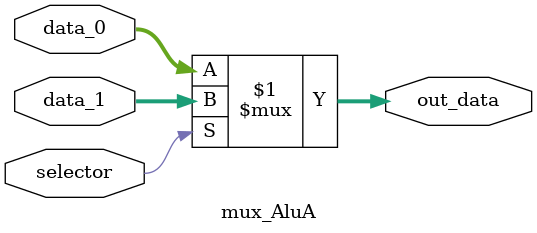
<source format=v>
module mux_AluA (
    input wire                 selector,
    input wire     [31:0]      data_0,
    input wire     [31:0]      data_1,
    output wire    [31:0]      out_data
);

assign out_data = (selector) ? data_1 : data_0;
    
endmodule
</source>
